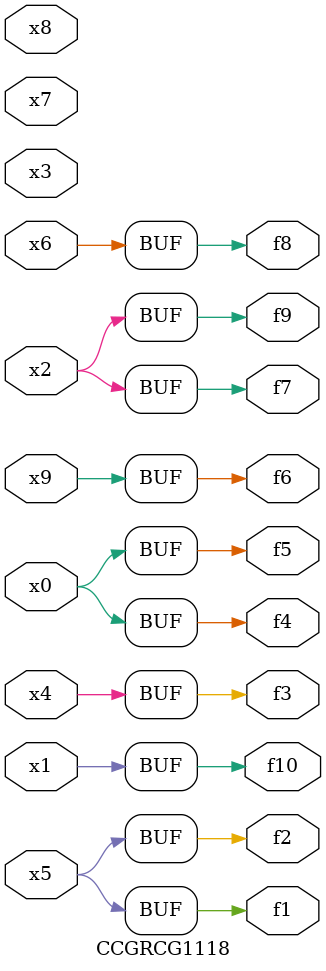
<source format=v>
module CCGRCG1118(
	input x0, x1, x2, x3, x4, x5, x6, x7, x8, x9,
	output f1, f2, f3, f4, f5, f6, f7, f8, f9, f10
);
	assign f1 = x5;
	assign f2 = x5;
	assign f3 = x4;
	assign f4 = x0;
	assign f5 = x0;
	assign f6 = x9;
	assign f7 = x2;
	assign f8 = x6;
	assign f9 = x2;
	assign f10 = x1;
endmodule

</source>
